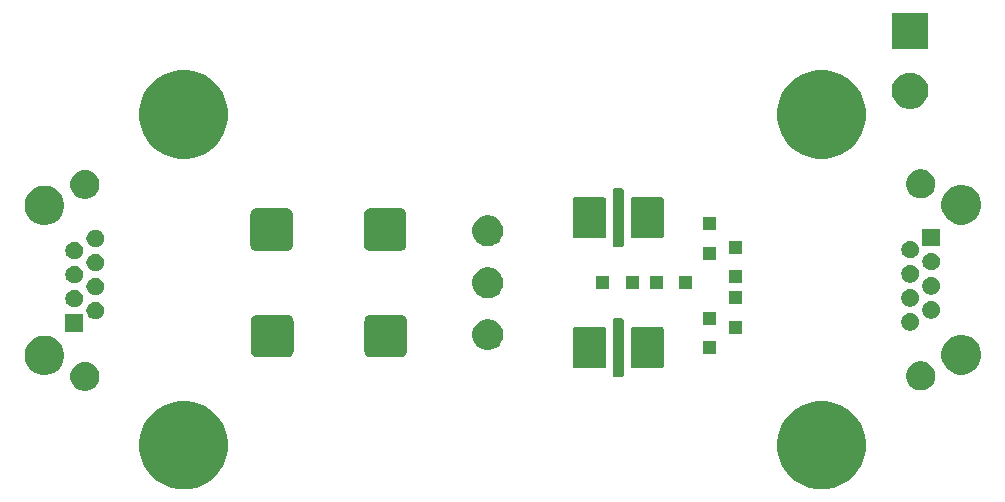
<source format=gts>
G04 #@! TF.GenerationSoftware,KiCad,Pcbnew,5.1.5-1.fc31*
G04 #@! TF.CreationDate,2020-04-27T21:51:01+02:00*
G04 #@! TF.ProjectId,vdsl-surge-protection-copy,7664736c-2d73-4757-9267-652d70726f74,rev?*
G04 #@! TF.SameCoordinates,Original*
G04 #@! TF.FileFunction,Soldermask,Top*
G04 #@! TF.FilePolarity,Negative*
%FSLAX46Y46*%
G04 Gerber Fmt 4.6, Leading zero omitted, Abs format (unit mm)*
G04 Created by KiCad (PCBNEW 5.1.5-1.fc31) date 2020-04-27 21:51:01*
%MOMM*%
%LPD*%
G04 APERTURE LIST*
%ADD10C,0.100000*%
G04 APERTURE END LIST*
D10*
G36*
X114093835Y-105394110D02*
G01*
X114776291Y-105676793D01*
X115390486Y-106087185D01*
X115912815Y-106609514D01*
X116323207Y-107223709D01*
X116605890Y-107906165D01*
X116750000Y-108630657D01*
X116750000Y-109369343D01*
X116605890Y-110093835D01*
X116323207Y-110776291D01*
X115912815Y-111390486D01*
X115390486Y-111912815D01*
X114776291Y-112323207D01*
X114093835Y-112605890D01*
X113369343Y-112750000D01*
X112630657Y-112750000D01*
X111906165Y-112605890D01*
X111223709Y-112323207D01*
X110609514Y-111912815D01*
X110087185Y-111390486D01*
X109676793Y-110776291D01*
X109394110Y-110093835D01*
X109250000Y-109369343D01*
X109250000Y-108630657D01*
X109394110Y-107906165D01*
X109676793Y-107223709D01*
X110087185Y-106609514D01*
X110609514Y-106087185D01*
X111223709Y-105676793D01*
X111906165Y-105394110D01*
X112630657Y-105250000D01*
X113369343Y-105250000D01*
X114093835Y-105394110D01*
G37*
G36*
X60093835Y-105394110D02*
G01*
X60776291Y-105676793D01*
X61390486Y-106087185D01*
X61912815Y-106609514D01*
X62323207Y-107223709D01*
X62605890Y-107906165D01*
X62750000Y-108630657D01*
X62750000Y-109369343D01*
X62605890Y-110093835D01*
X62323207Y-110776291D01*
X61912815Y-111390486D01*
X61390486Y-111912815D01*
X60776291Y-112323207D01*
X60093835Y-112605890D01*
X59369343Y-112750000D01*
X58630657Y-112750000D01*
X57906165Y-112605890D01*
X57223709Y-112323207D01*
X56609514Y-111912815D01*
X56087185Y-111390486D01*
X55676793Y-110776291D01*
X55394110Y-110093835D01*
X55250000Y-109369343D01*
X55250000Y-108630657D01*
X55394110Y-107906165D01*
X55676793Y-107223709D01*
X56087185Y-106609514D01*
X56609514Y-106087185D01*
X57223709Y-105676793D01*
X57906165Y-105394110D01*
X58630657Y-105250000D01*
X59369343Y-105250000D01*
X60093835Y-105394110D01*
G37*
G36*
X50988048Y-101999672D02*
G01*
X50988050Y-101999673D01*
X50988051Y-101999673D01*
X51053481Y-102026776D01*
X51211439Y-102092204D01*
X51211440Y-102092205D01*
X51412484Y-102226537D01*
X51583463Y-102397516D01*
X51684386Y-102548560D01*
X51717796Y-102598561D01*
X51810328Y-102821952D01*
X51857500Y-103059102D01*
X51857500Y-103300898D01*
X51810328Y-103538048D01*
X51717796Y-103761439D01*
X51717795Y-103761440D01*
X51583463Y-103962484D01*
X51412484Y-104133463D01*
X51251539Y-104241002D01*
X51211439Y-104267796D01*
X51108758Y-104310328D01*
X50988051Y-104360327D01*
X50988050Y-104360327D01*
X50988048Y-104360328D01*
X50750898Y-104407500D01*
X50509102Y-104407500D01*
X50271952Y-104360328D01*
X50271950Y-104360327D01*
X50271949Y-104360327D01*
X50151242Y-104310328D01*
X50048561Y-104267796D01*
X50008461Y-104241002D01*
X49847516Y-104133463D01*
X49676537Y-103962484D01*
X49542205Y-103761440D01*
X49542204Y-103761439D01*
X49449672Y-103538048D01*
X49402500Y-103300898D01*
X49402500Y-103059102D01*
X49449672Y-102821952D01*
X49542204Y-102598561D01*
X49575614Y-102548560D01*
X49676537Y-102397516D01*
X49847516Y-102226537D01*
X50048560Y-102092205D01*
X50048561Y-102092204D01*
X50206519Y-102026775D01*
X50271949Y-101999673D01*
X50271950Y-101999673D01*
X50271952Y-101999672D01*
X50509102Y-101952500D01*
X50750898Y-101952500D01*
X50988048Y-101999672D01*
G37*
G36*
X121758048Y-101949672D02*
G01*
X121758050Y-101949673D01*
X121758051Y-101949673D01*
X121823481Y-101976776D01*
X121981439Y-102042204D01*
X121981440Y-102042205D01*
X122182484Y-102176537D01*
X122353463Y-102347516D01*
X122461002Y-102508461D01*
X122487796Y-102548561D01*
X122580328Y-102771952D01*
X122627500Y-103009102D01*
X122627500Y-103250898D01*
X122580328Y-103488048D01*
X122487796Y-103711439D01*
X122487795Y-103711440D01*
X122353463Y-103912484D01*
X122182484Y-104083463D01*
X122021539Y-104191002D01*
X121981439Y-104217796D01*
X121860731Y-104267795D01*
X121758051Y-104310327D01*
X121758050Y-104310327D01*
X121758048Y-104310328D01*
X121520898Y-104357500D01*
X121279102Y-104357500D01*
X121041952Y-104310328D01*
X121041950Y-104310327D01*
X121041949Y-104310327D01*
X120939269Y-104267795D01*
X120818561Y-104217796D01*
X120778461Y-104191002D01*
X120617516Y-104083463D01*
X120446537Y-103912484D01*
X120312205Y-103711440D01*
X120312204Y-103711439D01*
X120219672Y-103488048D01*
X120172500Y-103250898D01*
X120172500Y-103009102D01*
X120219672Y-102771952D01*
X120312204Y-102548561D01*
X120338998Y-102508461D01*
X120446537Y-102347516D01*
X120617516Y-102176537D01*
X120818560Y-102042205D01*
X120818561Y-102042204D01*
X120976519Y-101976776D01*
X121041949Y-101949673D01*
X121041950Y-101949673D01*
X121041952Y-101949672D01*
X121279102Y-101902500D01*
X121520898Y-101902500D01*
X121758048Y-101949672D01*
G37*
G36*
X96109045Y-98253836D02*
G01*
X96141783Y-98263767D01*
X96171959Y-98279897D01*
X96198402Y-98301598D01*
X96220103Y-98328041D01*
X96236233Y-98358217D01*
X96246164Y-98390955D01*
X96250000Y-98429907D01*
X96250000Y-103070093D01*
X96246164Y-103109045D01*
X96236233Y-103141783D01*
X96220103Y-103171959D01*
X96198402Y-103198402D01*
X96171959Y-103220103D01*
X96141783Y-103236233D01*
X96109045Y-103246164D01*
X96070093Y-103250000D01*
X95529907Y-103250000D01*
X95490955Y-103246164D01*
X95458217Y-103236233D01*
X95428041Y-103220103D01*
X95401598Y-103198402D01*
X95379897Y-103171959D01*
X95363767Y-103141783D01*
X95353836Y-103109045D01*
X95350000Y-103070093D01*
X95350000Y-98429907D01*
X95353836Y-98390955D01*
X95363767Y-98358217D01*
X95379897Y-98328041D01*
X95401598Y-98301598D01*
X95428041Y-98279897D01*
X95458217Y-98263767D01*
X95490955Y-98253836D01*
X95529907Y-98250000D01*
X96070093Y-98250000D01*
X96109045Y-98253836D01*
G37*
G36*
X47688580Y-99789369D02*
G01*
X47993410Y-99915634D01*
X48267751Y-100098942D01*
X48501058Y-100332249D01*
X48684366Y-100606590D01*
X48810631Y-100911420D01*
X48875000Y-101235027D01*
X48875000Y-101564973D01*
X48810631Y-101888580D01*
X48684366Y-102193410D01*
X48501058Y-102467751D01*
X48267751Y-102701058D01*
X47993410Y-102884366D01*
X47688580Y-103010631D01*
X47364973Y-103075000D01*
X47035027Y-103075000D01*
X46711420Y-103010631D01*
X46406590Y-102884366D01*
X46132249Y-102701058D01*
X45898942Y-102467751D01*
X45715634Y-102193410D01*
X45589369Y-101888580D01*
X45525000Y-101564973D01*
X45525000Y-101235027D01*
X45589369Y-100911420D01*
X45715634Y-100606590D01*
X45898942Y-100332249D01*
X46132249Y-100098942D01*
X46406590Y-99915634D01*
X46711420Y-99789369D01*
X47035027Y-99725000D01*
X47364973Y-99725000D01*
X47688580Y-99789369D01*
G37*
G36*
X125318580Y-99739369D02*
G01*
X125623410Y-99865634D01*
X125897751Y-100048942D01*
X126131058Y-100282249D01*
X126314366Y-100556590D01*
X126440631Y-100861420D01*
X126505000Y-101185027D01*
X126505000Y-101514973D01*
X126440631Y-101838580D01*
X126314366Y-102143410D01*
X126131058Y-102417751D01*
X125897751Y-102651058D01*
X125623410Y-102834366D01*
X125318580Y-102960631D01*
X124994973Y-103025000D01*
X124665027Y-103025000D01*
X124341420Y-102960631D01*
X124036590Y-102834366D01*
X123762249Y-102651058D01*
X123528942Y-102417751D01*
X123345634Y-102143410D01*
X123219369Y-101838580D01*
X123155000Y-101514973D01*
X123155000Y-101185027D01*
X123219369Y-100861420D01*
X123345634Y-100556590D01*
X123528942Y-100282249D01*
X123762249Y-100048942D01*
X124036590Y-99865634D01*
X124341420Y-99739369D01*
X124665027Y-99675000D01*
X124994973Y-99675000D01*
X125318580Y-99739369D01*
G37*
G36*
X99488925Y-99004318D02*
G01*
X99526354Y-99015672D01*
X99560845Y-99034107D01*
X99591079Y-99058921D01*
X99615893Y-99089155D01*
X99634328Y-99123646D01*
X99645682Y-99161075D01*
X99650000Y-99204917D01*
X99650000Y-102295083D01*
X99645682Y-102338925D01*
X99634328Y-102376354D01*
X99615893Y-102410845D01*
X99591079Y-102441079D01*
X99560845Y-102465893D01*
X99526354Y-102484328D01*
X99488925Y-102495682D01*
X99445083Y-102500000D01*
X97054917Y-102500000D01*
X97011075Y-102495682D01*
X96973646Y-102484328D01*
X96939155Y-102465893D01*
X96908921Y-102441079D01*
X96884107Y-102410845D01*
X96865672Y-102376354D01*
X96854318Y-102338925D01*
X96850000Y-102295083D01*
X96850000Y-99204917D01*
X96854318Y-99161075D01*
X96865672Y-99123646D01*
X96884107Y-99089155D01*
X96908921Y-99058921D01*
X96939155Y-99034107D01*
X96973646Y-99015672D01*
X97011075Y-99004318D01*
X97054917Y-99000000D01*
X99445083Y-99000000D01*
X99488925Y-99004318D01*
G37*
G36*
X94588925Y-99004318D02*
G01*
X94626354Y-99015672D01*
X94660845Y-99034107D01*
X94691079Y-99058921D01*
X94715893Y-99089155D01*
X94734328Y-99123646D01*
X94745682Y-99161075D01*
X94750000Y-99204917D01*
X94750000Y-102295083D01*
X94745682Y-102338925D01*
X94734328Y-102376354D01*
X94715893Y-102410845D01*
X94691079Y-102441079D01*
X94660845Y-102465893D01*
X94626354Y-102484328D01*
X94588925Y-102495682D01*
X94545083Y-102500000D01*
X92154917Y-102500000D01*
X92111075Y-102495682D01*
X92073646Y-102484328D01*
X92039155Y-102465893D01*
X92008921Y-102441079D01*
X91984107Y-102410845D01*
X91965672Y-102376354D01*
X91954318Y-102338925D01*
X91950000Y-102295083D01*
X91950000Y-99204917D01*
X91954318Y-99161075D01*
X91965672Y-99123646D01*
X91984107Y-99089155D01*
X92008921Y-99058921D01*
X92039155Y-99034107D01*
X92073646Y-99015672D01*
X92111075Y-99004318D01*
X92154917Y-99000000D01*
X94545083Y-99000000D01*
X94588925Y-99004318D01*
G37*
G36*
X67878775Y-97960527D02*
G01*
X67976836Y-97990273D01*
X68067204Y-98038576D01*
X68146416Y-98103584D01*
X68211424Y-98182796D01*
X68259727Y-98273164D01*
X68289473Y-98371225D01*
X68300000Y-98478108D01*
X68300000Y-101021892D01*
X68289473Y-101128775D01*
X68259727Y-101226836D01*
X68211424Y-101317204D01*
X68146416Y-101396416D01*
X68067204Y-101461424D01*
X67976836Y-101509727D01*
X67878775Y-101539473D01*
X67771892Y-101550000D01*
X65228108Y-101550000D01*
X65121225Y-101539473D01*
X65023164Y-101509727D01*
X64932796Y-101461424D01*
X64853584Y-101396416D01*
X64788576Y-101317204D01*
X64740273Y-101226836D01*
X64710527Y-101128775D01*
X64700000Y-101021892D01*
X64700000Y-98478108D01*
X64710527Y-98371225D01*
X64740273Y-98273164D01*
X64788576Y-98182796D01*
X64853584Y-98103584D01*
X64932796Y-98038576D01*
X65023164Y-97990273D01*
X65121225Y-97960527D01*
X65228108Y-97950000D01*
X67771892Y-97950000D01*
X67878775Y-97960527D01*
G37*
G36*
X77478775Y-97960527D02*
G01*
X77576836Y-97990273D01*
X77667204Y-98038576D01*
X77746416Y-98103584D01*
X77811424Y-98182796D01*
X77859727Y-98273164D01*
X77889473Y-98371225D01*
X77900000Y-98478108D01*
X77900000Y-101021892D01*
X77889473Y-101128775D01*
X77859727Y-101226836D01*
X77811424Y-101317204D01*
X77746416Y-101396416D01*
X77667204Y-101461424D01*
X77576836Y-101509727D01*
X77478775Y-101539473D01*
X77371892Y-101550000D01*
X74828108Y-101550000D01*
X74721225Y-101539473D01*
X74623164Y-101509727D01*
X74532796Y-101461424D01*
X74453584Y-101396416D01*
X74388576Y-101317204D01*
X74340273Y-101226836D01*
X74310527Y-101128775D01*
X74300000Y-101021892D01*
X74300000Y-98478108D01*
X74310527Y-98371225D01*
X74340273Y-98273164D01*
X74388576Y-98182796D01*
X74453584Y-98103584D01*
X74532796Y-98038576D01*
X74623164Y-97990273D01*
X74721225Y-97960527D01*
X74828108Y-97950000D01*
X77371892Y-97950000D01*
X77478775Y-97960527D01*
G37*
G36*
X104050000Y-101300000D02*
G01*
X102950000Y-101300000D01*
X102950000Y-100200000D01*
X104050000Y-100200000D01*
X104050000Y-101300000D01*
G37*
G36*
X85129196Y-98399958D02*
G01*
X85129198Y-98399959D01*
X85129199Y-98399959D01*
X85190181Y-98425219D01*
X85365781Y-98497955D01*
X85578702Y-98640224D01*
X85759776Y-98821298D01*
X85902045Y-99034219D01*
X86000042Y-99270804D01*
X86050000Y-99521961D01*
X86050000Y-99778039D01*
X86000042Y-100029196D01*
X85902045Y-100265781D01*
X85759776Y-100478702D01*
X85578702Y-100659776D01*
X85365781Y-100802045D01*
X85222442Y-100861418D01*
X85129199Y-100900041D01*
X85129198Y-100900041D01*
X85129196Y-100900042D01*
X84878039Y-100950000D01*
X84621961Y-100950000D01*
X84370804Y-100900042D01*
X84370802Y-100900041D01*
X84370801Y-100900041D01*
X84277558Y-100861418D01*
X84134219Y-100802045D01*
X83921298Y-100659776D01*
X83740224Y-100478702D01*
X83597955Y-100265781D01*
X83499958Y-100029196D01*
X83450000Y-99778039D01*
X83450000Y-99521961D01*
X83499958Y-99270804D01*
X83597955Y-99034219D01*
X83740224Y-98821298D01*
X83921298Y-98640224D01*
X84134219Y-98497955D01*
X84309819Y-98425219D01*
X84370801Y-98399959D01*
X84370802Y-98399959D01*
X84370804Y-98399958D01*
X84621961Y-98350000D01*
X84878039Y-98350000D01*
X85129196Y-98399958D01*
G37*
G36*
X106300000Y-99550000D02*
G01*
X105200000Y-99550000D01*
X105200000Y-98450000D01*
X106300000Y-98450000D01*
X106300000Y-99550000D01*
G37*
G36*
X50489000Y-99379000D02*
G01*
X48991000Y-99379000D01*
X48991000Y-97881000D01*
X50489000Y-97881000D01*
X50489000Y-99379000D01*
G37*
G36*
X120728475Y-97839784D02*
G01*
X120728477Y-97839785D01*
X120728478Y-97839785D01*
X120864787Y-97896246D01*
X120987458Y-97978212D01*
X121091788Y-98082542D01*
X121173754Y-98205213D01*
X121213678Y-98301598D01*
X121230216Y-98341525D01*
X121259000Y-98486230D01*
X121259000Y-98633770D01*
X121230216Y-98778475D01*
X121230215Y-98778478D01*
X121173754Y-98914787D01*
X121091788Y-99037458D01*
X120987458Y-99141788D01*
X120864787Y-99223754D01*
X120728478Y-99280215D01*
X120728477Y-99280215D01*
X120728475Y-99280216D01*
X120583770Y-99309000D01*
X120436230Y-99309000D01*
X120291525Y-99280216D01*
X120291523Y-99280215D01*
X120291522Y-99280215D01*
X120155213Y-99223754D01*
X120032542Y-99141788D01*
X119928212Y-99037458D01*
X119846246Y-98914787D01*
X119789785Y-98778478D01*
X119789784Y-98778475D01*
X119761000Y-98633770D01*
X119761000Y-98486230D01*
X119789784Y-98341525D01*
X119806322Y-98301598D01*
X119846246Y-98205213D01*
X119928212Y-98082542D01*
X120032542Y-97978212D01*
X120155213Y-97896246D01*
X120291522Y-97839785D01*
X120291523Y-97839785D01*
X120291525Y-97839784D01*
X120436230Y-97811000D01*
X120583770Y-97811000D01*
X120728475Y-97839784D01*
G37*
G36*
X104050000Y-98800000D02*
G01*
X102950000Y-98800000D01*
X102950000Y-97700000D01*
X104050000Y-97700000D01*
X104050000Y-98800000D01*
G37*
G36*
X51738475Y-96889784D02*
G01*
X51738477Y-96889785D01*
X51738478Y-96889785D01*
X51874787Y-96946246D01*
X51997458Y-97028212D01*
X52101788Y-97132542D01*
X52183754Y-97255213D01*
X52240215Y-97391522D01*
X52240216Y-97391525D01*
X52269000Y-97536230D01*
X52269000Y-97683770D01*
X52254140Y-97758475D01*
X52240215Y-97828478D01*
X52183754Y-97964787D01*
X52101788Y-98087458D01*
X51997458Y-98191788D01*
X51874787Y-98273754D01*
X51738478Y-98330215D01*
X51738477Y-98330215D01*
X51738475Y-98330216D01*
X51593770Y-98359000D01*
X51446230Y-98359000D01*
X51301525Y-98330216D01*
X51301523Y-98330215D01*
X51301522Y-98330215D01*
X51165213Y-98273754D01*
X51042542Y-98191788D01*
X50938212Y-98087458D01*
X50856246Y-97964787D01*
X50799785Y-97828478D01*
X50785860Y-97758475D01*
X50771000Y-97683770D01*
X50771000Y-97536230D01*
X50799784Y-97391525D01*
X50799785Y-97391522D01*
X50856246Y-97255213D01*
X50938212Y-97132542D01*
X51042542Y-97028212D01*
X51165213Y-96946246D01*
X51301522Y-96889785D01*
X51301523Y-96889785D01*
X51301525Y-96889784D01*
X51446230Y-96861000D01*
X51593770Y-96861000D01*
X51738475Y-96889784D01*
G37*
G36*
X122508475Y-96819784D02*
G01*
X122508477Y-96819785D01*
X122508478Y-96819785D01*
X122644787Y-96876246D01*
X122767458Y-96958212D01*
X122871788Y-97062542D01*
X122953754Y-97185213D01*
X123005531Y-97310215D01*
X123010216Y-97321525D01*
X123039000Y-97466230D01*
X123039000Y-97613770D01*
X123010216Y-97758475D01*
X123010215Y-97758478D01*
X122953754Y-97894787D01*
X122871788Y-98017458D01*
X122767458Y-98121788D01*
X122644787Y-98203754D01*
X122508478Y-98260215D01*
X122508477Y-98260215D01*
X122508475Y-98260216D01*
X122363770Y-98289000D01*
X122216230Y-98289000D01*
X122071525Y-98260216D01*
X122071523Y-98260215D01*
X122071522Y-98260215D01*
X121935213Y-98203754D01*
X121812542Y-98121788D01*
X121708212Y-98017458D01*
X121626246Y-97894787D01*
X121569785Y-97758478D01*
X121569784Y-97758475D01*
X121541000Y-97613770D01*
X121541000Y-97466230D01*
X121569784Y-97321525D01*
X121574469Y-97310215D01*
X121626246Y-97185213D01*
X121708212Y-97062542D01*
X121812542Y-96958212D01*
X121935213Y-96876246D01*
X122071522Y-96819785D01*
X122071523Y-96819785D01*
X122071525Y-96819784D01*
X122216230Y-96791000D01*
X122363770Y-96791000D01*
X122508475Y-96819784D01*
G37*
G36*
X49958475Y-95869784D02*
G01*
X49958477Y-95869785D01*
X49958478Y-95869785D01*
X50094787Y-95926246D01*
X50217458Y-96008212D01*
X50321788Y-96112542D01*
X50403754Y-96235213D01*
X50460215Y-96371522D01*
X50460216Y-96371525D01*
X50489000Y-96516230D01*
X50489000Y-96663770D01*
X50474140Y-96738475D01*
X50460215Y-96808478D01*
X50403754Y-96944787D01*
X50321788Y-97067458D01*
X50217458Y-97171788D01*
X50094787Y-97253754D01*
X49958478Y-97310215D01*
X49958477Y-97310215D01*
X49958475Y-97310216D01*
X49813770Y-97339000D01*
X49666230Y-97339000D01*
X49521525Y-97310216D01*
X49521523Y-97310215D01*
X49521522Y-97310215D01*
X49385213Y-97253754D01*
X49262542Y-97171788D01*
X49158212Y-97067458D01*
X49076246Y-96944787D01*
X49019785Y-96808478D01*
X49005860Y-96738475D01*
X48991000Y-96663770D01*
X48991000Y-96516230D01*
X49019784Y-96371525D01*
X49019785Y-96371522D01*
X49076246Y-96235213D01*
X49158212Y-96112542D01*
X49262542Y-96008212D01*
X49385213Y-95926246D01*
X49521522Y-95869785D01*
X49521523Y-95869785D01*
X49521525Y-95869784D01*
X49666230Y-95841000D01*
X49813770Y-95841000D01*
X49958475Y-95869784D01*
G37*
G36*
X120728475Y-95799784D02*
G01*
X120728477Y-95799785D01*
X120728478Y-95799785D01*
X120864787Y-95856246D01*
X120987458Y-95938212D01*
X121091788Y-96042542D01*
X121173754Y-96165213D01*
X121212923Y-96259775D01*
X121230216Y-96301525D01*
X121259000Y-96446230D01*
X121259000Y-96593770D01*
X121230216Y-96738475D01*
X121230215Y-96738478D01*
X121173754Y-96874787D01*
X121091788Y-96997458D01*
X120987458Y-97101788D01*
X120864787Y-97183754D01*
X120728478Y-97240215D01*
X120728477Y-97240215D01*
X120728475Y-97240216D01*
X120583770Y-97269000D01*
X120436230Y-97269000D01*
X120291525Y-97240216D01*
X120291523Y-97240215D01*
X120291522Y-97240215D01*
X120155213Y-97183754D01*
X120032542Y-97101788D01*
X119928212Y-96997458D01*
X119846246Y-96874787D01*
X119789785Y-96738478D01*
X119789784Y-96738475D01*
X119761000Y-96593770D01*
X119761000Y-96446230D01*
X119789784Y-96301525D01*
X119807077Y-96259775D01*
X119846246Y-96165213D01*
X119928212Y-96042542D01*
X120032542Y-95938212D01*
X120155213Y-95856246D01*
X120291522Y-95799785D01*
X120291523Y-95799785D01*
X120291525Y-95799784D01*
X120436230Y-95771000D01*
X120583770Y-95771000D01*
X120728475Y-95799784D01*
G37*
G36*
X106300000Y-97050000D02*
G01*
X105200000Y-97050000D01*
X105200000Y-95950000D01*
X106300000Y-95950000D01*
X106300000Y-97050000D01*
G37*
G36*
X85129196Y-93999958D02*
G01*
X85129198Y-93999959D01*
X85129199Y-93999959D01*
X85216592Y-94036159D01*
X85365781Y-94097955D01*
X85578702Y-94240224D01*
X85759776Y-94421298D01*
X85902045Y-94634219D01*
X85902045Y-94634220D01*
X85979413Y-94821000D01*
X86000042Y-94870804D01*
X86050000Y-95121961D01*
X86050000Y-95378039D01*
X86011067Y-95573770D01*
X86000041Y-95629199D01*
X85994005Y-95643770D01*
X85902045Y-95865781D01*
X85759776Y-96078702D01*
X85578702Y-96259776D01*
X85365781Y-96402045D01*
X85259109Y-96446230D01*
X85129199Y-96500041D01*
X85129198Y-96500041D01*
X85129196Y-96500042D01*
X84878039Y-96550000D01*
X84621961Y-96550000D01*
X84370804Y-96500042D01*
X84370802Y-96500041D01*
X84370801Y-96500041D01*
X84240891Y-96446230D01*
X84134219Y-96402045D01*
X83921298Y-96259776D01*
X83740224Y-96078702D01*
X83597955Y-95865781D01*
X83505995Y-95643770D01*
X83499959Y-95629199D01*
X83488934Y-95573770D01*
X83450000Y-95378039D01*
X83450000Y-95121961D01*
X83499958Y-94870804D01*
X83520588Y-94821000D01*
X83597955Y-94634220D01*
X83597955Y-94634219D01*
X83740224Y-94421298D01*
X83921298Y-94240224D01*
X84134219Y-94097955D01*
X84283408Y-94036159D01*
X84370801Y-93999959D01*
X84370802Y-93999959D01*
X84370804Y-93999958D01*
X84621961Y-93950000D01*
X84878039Y-93950000D01*
X85129196Y-93999958D01*
G37*
G36*
X51738475Y-94849784D02*
G01*
X51738477Y-94849785D01*
X51738478Y-94849785D01*
X51874787Y-94906246D01*
X51997458Y-94988212D01*
X52101788Y-95092542D01*
X52183754Y-95215213D01*
X52218874Y-95300000D01*
X52240216Y-95351525D01*
X52269000Y-95496230D01*
X52269000Y-95643770D01*
X52254140Y-95718475D01*
X52240215Y-95788478D01*
X52183754Y-95924787D01*
X52101788Y-96047458D01*
X51997458Y-96151788D01*
X51874787Y-96233754D01*
X51738478Y-96290215D01*
X51738477Y-96290215D01*
X51738475Y-96290216D01*
X51593770Y-96319000D01*
X51446230Y-96319000D01*
X51301525Y-96290216D01*
X51301523Y-96290215D01*
X51301522Y-96290215D01*
X51165213Y-96233754D01*
X51042542Y-96151788D01*
X50938212Y-96047458D01*
X50856246Y-95924787D01*
X50799785Y-95788478D01*
X50785860Y-95718475D01*
X50771000Y-95643770D01*
X50771000Y-95496230D01*
X50799784Y-95351525D01*
X50821126Y-95300000D01*
X50856246Y-95215213D01*
X50938212Y-95092542D01*
X51042542Y-94988212D01*
X51165213Y-94906246D01*
X51301522Y-94849785D01*
X51301523Y-94849785D01*
X51301525Y-94849784D01*
X51446230Y-94821000D01*
X51593770Y-94821000D01*
X51738475Y-94849784D01*
G37*
G36*
X122508475Y-94779784D02*
G01*
X122508477Y-94779785D01*
X122508478Y-94779785D01*
X122644787Y-94836246D01*
X122767458Y-94918212D01*
X122871788Y-95022542D01*
X122953754Y-95145213D01*
X123005531Y-95270215D01*
X123010216Y-95281525D01*
X123039000Y-95426230D01*
X123039000Y-95573770D01*
X123010216Y-95718475D01*
X123010215Y-95718478D01*
X122953754Y-95854787D01*
X122871788Y-95977458D01*
X122767458Y-96081788D01*
X122644787Y-96163754D01*
X122508478Y-96220215D01*
X122508477Y-96220215D01*
X122508475Y-96220216D01*
X122363770Y-96249000D01*
X122216230Y-96249000D01*
X122071525Y-96220216D01*
X122071523Y-96220215D01*
X122071522Y-96220215D01*
X121935213Y-96163754D01*
X121812542Y-96081788D01*
X121708212Y-95977458D01*
X121626246Y-95854787D01*
X121569785Y-95718478D01*
X121569784Y-95718475D01*
X121541000Y-95573770D01*
X121541000Y-95426230D01*
X121569784Y-95281525D01*
X121574469Y-95270215D01*
X121626246Y-95145213D01*
X121708212Y-95022542D01*
X121812542Y-94918212D01*
X121935213Y-94836246D01*
X122071522Y-94779785D01*
X122071523Y-94779785D01*
X122071525Y-94779784D01*
X122216230Y-94751000D01*
X122363770Y-94751000D01*
X122508475Y-94779784D01*
G37*
G36*
X97550000Y-95800000D02*
G01*
X96450000Y-95800000D01*
X96450000Y-94700000D01*
X97550000Y-94700000D01*
X97550000Y-95800000D01*
G37*
G36*
X95050000Y-95800000D02*
G01*
X93950000Y-95800000D01*
X93950000Y-94700000D01*
X95050000Y-94700000D01*
X95050000Y-95800000D01*
G37*
G36*
X102050000Y-95800000D02*
G01*
X100950000Y-95800000D01*
X100950000Y-94700000D01*
X102050000Y-94700000D01*
X102050000Y-95800000D01*
G37*
G36*
X99550000Y-95800000D02*
G01*
X98450000Y-95800000D01*
X98450000Y-94700000D01*
X99550000Y-94700000D01*
X99550000Y-95800000D01*
G37*
G36*
X106300000Y-95300000D02*
G01*
X105200000Y-95300000D01*
X105200000Y-94200000D01*
X106300000Y-94200000D01*
X106300000Y-95300000D01*
G37*
G36*
X49958475Y-93829784D02*
G01*
X49958477Y-93829785D01*
X49958478Y-93829785D01*
X50094787Y-93886246D01*
X50217458Y-93968212D01*
X50321788Y-94072542D01*
X50403754Y-94195213D01*
X50460215Y-94331522D01*
X50460216Y-94331525D01*
X50489000Y-94476230D01*
X50489000Y-94623770D01*
X50463692Y-94751000D01*
X50460215Y-94768478D01*
X50403754Y-94904787D01*
X50321788Y-95027458D01*
X50217458Y-95131788D01*
X50094787Y-95213754D01*
X49958478Y-95270215D01*
X49958477Y-95270215D01*
X49958475Y-95270216D01*
X49813770Y-95299000D01*
X49666230Y-95299000D01*
X49521525Y-95270216D01*
X49521523Y-95270215D01*
X49521522Y-95270215D01*
X49385213Y-95213754D01*
X49262542Y-95131788D01*
X49158212Y-95027458D01*
X49076246Y-94904787D01*
X49019785Y-94768478D01*
X49016308Y-94751000D01*
X48991000Y-94623770D01*
X48991000Y-94476230D01*
X49019784Y-94331525D01*
X49019785Y-94331522D01*
X49076246Y-94195213D01*
X49158212Y-94072542D01*
X49262542Y-93968212D01*
X49385213Y-93886246D01*
X49521522Y-93829785D01*
X49521523Y-93829785D01*
X49521525Y-93829784D01*
X49666230Y-93801000D01*
X49813770Y-93801000D01*
X49958475Y-93829784D01*
G37*
G36*
X120728475Y-93759784D02*
G01*
X120728477Y-93759785D01*
X120728478Y-93759785D01*
X120864787Y-93816246D01*
X120987458Y-93898212D01*
X121091788Y-94002542D01*
X121173754Y-94125213D01*
X121221393Y-94240224D01*
X121230216Y-94261525D01*
X121259000Y-94406230D01*
X121259000Y-94553770D01*
X121242997Y-94634219D01*
X121230215Y-94698478D01*
X121173754Y-94834787D01*
X121091788Y-94957458D01*
X120987458Y-95061788D01*
X120864787Y-95143754D01*
X120728478Y-95200215D01*
X120728477Y-95200215D01*
X120728475Y-95200216D01*
X120583770Y-95229000D01*
X120436230Y-95229000D01*
X120291525Y-95200216D01*
X120291523Y-95200215D01*
X120291522Y-95200215D01*
X120155213Y-95143754D01*
X120032542Y-95061788D01*
X119928212Y-94957458D01*
X119846246Y-94834787D01*
X119789785Y-94698478D01*
X119777003Y-94634219D01*
X119761000Y-94553770D01*
X119761000Y-94406230D01*
X119789784Y-94261525D01*
X119798607Y-94240224D01*
X119846246Y-94125213D01*
X119928212Y-94002542D01*
X120032542Y-93898212D01*
X120155213Y-93816246D01*
X120291522Y-93759785D01*
X120291523Y-93759785D01*
X120291525Y-93759784D01*
X120436230Y-93731000D01*
X120583770Y-93731000D01*
X120728475Y-93759784D01*
G37*
G36*
X51738475Y-92809784D02*
G01*
X51738477Y-92809785D01*
X51738478Y-92809785D01*
X51874787Y-92866246D01*
X51997458Y-92948212D01*
X52101788Y-93052542D01*
X52183754Y-93175213D01*
X52235442Y-93300000D01*
X52240216Y-93311525D01*
X52269000Y-93456230D01*
X52269000Y-93603770D01*
X52254140Y-93678475D01*
X52240215Y-93748478D01*
X52183754Y-93884787D01*
X52101788Y-94007458D01*
X51997458Y-94111788D01*
X51874787Y-94193754D01*
X51738478Y-94250215D01*
X51738477Y-94250215D01*
X51738475Y-94250216D01*
X51593770Y-94279000D01*
X51446230Y-94279000D01*
X51301525Y-94250216D01*
X51301523Y-94250215D01*
X51301522Y-94250215D01*
X51165213Y-94193754D01*
X51042542Y-94111788D01*
X50938212Y-94007458D01*
X50856246Y-93884787D01*
X50799785Y-93748478D01*
X50785860Y-93678475D01*
X50771000Y-93603770D01*
X50771000Y-93456230D01*
X50799784Y-93311525D01*
X50804558Y-93300000D01*
X50856246Y-93175213D01*
X50938212Y-93052542D01*
X51042542Y-92948212D01*
X51165213Y-92866246D01*
X51301522Y-92809785D01*
X51301523Y-92809785D01*
X51301525Y-92809784D01*
X51446230Y-92781000D01*
X51593770Y-92781000D01*
X51738475Y-92809784D01*
G37*
G36*
X122508475Y-92739784D02*
G01*
X122508477Y-92739785D01*
X122508478Y-92739785D01*
X122644787Y-92796246D01*
X122767458Y-92878212D01*
X122871788Y-92982542D01*
X122953754Y-93105213D01*
X123005531Y-93230215D01*
X123010216Y-93241525D01*
X123039000Y-93386230D01*
X123039000Y-93533770D01*
X123010216Y-93678475D01*
X123010215Y-93678478D01*
X122953754Y-93814787D01*
X122871788Y-93937458D01*
X122767458Y-94041788D01*
X122644787Y-94123754D01*
X122508478Y-94180215D01*
X122508477Y-94180215D01*
X122508475Y-94180216D01*
X122363770Y-94209000D01*
X122216230Y-94209000D01*
X122071525Y-94180216D01*
X122071523Y-94180215D01*
X122071522Y-94180215D01*
X121935213Y-94123754D01*
X121812542Y-94041788D01*
X121708212Y-93937458D01*
X121626246Y-93814787D01*
X121569785Y-93678478D01*
X121569784Y-93678475D01*
X121541000Y-93533770D01*
X121541000Y-93386230D01*
X121569784Y-93241525D01*
X121574469Y-93230215D01*
X121626246Y-93105213D01*
X121708212Y-92982542D01*
X121812542Y-92878212D01*
X121935213Y-92796246D01*
X122071522Y-92739785D01*
X122071523Y-92739785D01*
X122071525Y-92739784D01*
X122216230Y-92711000D01*
X122363770Y-92711000D01*
X122508475Y-92739784D01*
G37*
G36*
X104050000Y-93300000D02*
G01*
X102950000Y-93300000D01*
X102950000Y-92200000D01*
X104050000Y-92200000D01*
X104050000Y-93300000D01*
G37*
G36*
X49958475Y-91789784D02*
G01*
X49958477Y-91789785D01*
X49958478Y-91789785D01*
X50094787Y-91846246D01*
X50217458Y-91928212D01*
X50321788Y-92032542D01*
X50403754Y-92155213D01*
X50441225Y-92245677D01*
X50460216Y-92291525D01*
X50489000Y-92436230D01*
X50489000Y-92583770D01*
X50474140Y-92658475D01*
X50460215Y-92728478D01*
X50403754Y-92864787D01*
X50321788Y-92987458D01*
X50217458Y-93091788D01*
X50094787Y-93173754D01*
X49958478Y-93230215D01*
X49958477Y-93230215D01*
X49958475Y-93230216D01*
X49813770Y-93259000D01*
X49666230Y-93259000D01*
X49521525Y-93230216D01*
X49521523Y-93230215D01*
X49521522Y-93230215D01*
X49385213Y-93173754D01*
X49262542Y-93091788D01*
X49158212Y-92987458D01*
X49076246Y-92864787D01*
X49019785Y-92728478D01*
X49005860Y-92658475D01*
X48991000Y-92583770D01*
X48991000Y-92436230D01*
X49019784Y-92291525D01*
X49038775Y-92245677D01*
X49076246Y-92155213D01*
X49158212Y-92032542D01*
X49262542Y-91928212D01*
X49385213Y-91846246D01*
X49521522Y-91789785D01*
X49521523Y-91789785D01*
X49521525Y-91789784D01*
X49666230Y-91761000D01*
X49813770Y-91761000D01*
X49958475Y-91789784D01*
G37*
G36*
X120728475Y-91719784D02*
G01*
X120728477Y-91719785D01*
X120728478Y-91719785D01*
X120864787Y-91776246D01*
X120987458Y-91858212D01*
X121091788Y-91962542D01*
X121173754Y-92085213D01*
X121209685Y-92171959D01*
X121230216Y-92221525D01*
X121259000Y-92366230D01*
X121259000Y-92513770D01*
X121230216Y-92658475D01*
X121230215Y-92658478D01*
X121173754Y-92794787D01*
X121091788Y-92917458D01*
X120987458Y-93021788D01*
X120864787Y-93103754D01*
X120728478Y-93160215D01*
X120728477Y-93160215D01*
X120728475Y-93160216D01*
X120583770Y-93189000D01*
X120436230Y-93189000D01*
X120291525Y-93160216D01*
X120291523Y-93160215D01*
X120291522Y-93160215D01*
X120155213Y-93103754D01*
X120032542Y-93021788D01*
X119928212Y-92917458D01*
X119846246Y-92794787D01*
X119789785Y-92658478D01*
X119789784Y-92658475D01*
X119761000Y-92513770D01*
X119761000Y-92366230D01*
X119789784Y-92221525D01*
X119810315Y-92171959D01*
X119846246Y-92085213D01*
X119928212Y-91962542D01*
X120032542Y-91858212D01*
X120155213Y-91776246D01*
X120291522Y-91719785D01*
X120291523Y-91719785D01*
X120291525Y-91719784D01*
X120436230Y-91691000D01*
X120583770Y-91691000D01*
X120728475Y-91719784D01*
G37*
G36*
X106300000Y-92800000D02*
G01*
X105200000Y-92800000D01*
X105200000Y-91700000D01*
X106300000Y-91700000D01*
X106300000Y-92800000D01*
G37*
G36*
X67828775Y-88960527D02*
G01*
X67926836Y-88990273D01*
X68017204Y-89038576D01*
X68096416Y-89103584D01*
X68161424Y-89182796D01*
X68209727Y-89273164D01*
X68239473Y-89371225D01*
X68250000Y-89478108D01*
X68250000Y-92021892D01*
X68239473Y-92128775D01*
X68209727Y-92226836D01*
X68161424Y-92317204D01*
X68096416Y-92396416D01*
X68017204Y-92461424D01*
X67926836Y-92509727D01*
X67828775Y-92539473D01*
X67721892Y-92550000D01*
X65178108Y-92550000D01*
X65071225Y-92539473D01*
X64973164Y-92509727D01*
X64882796Y-92461424D01*
X64803584Y-92396416D01*
X64738576Y-92317204D01*
X64690273Y-92226836D01*
X64660527Y-92128775D01*
X64650000Y-92021892D01*
X64650000Y-89478108D01*
X64660527Y-89371225D01*
X64690273Y-89273164D01*
X64738576Y-89182796D01*
X64803584Y-89103584D01*
X64882796Y-89038576D01*
X64973164Y-88990273D01*
X65071225Y-88960527D01*
X65178108Y-88950000D01*
X67721892Y-88950000D01*
X67828775Y-88960527D01*
G37*
G36*
X77428775Y-88960527D02*
G01*
X77526836Y-88990273D01*
X77617204Y-89038576D01*
X77696416Y-89103584D01*
X77761424Y-89182796D01*
X77809727Y-89273164D01*
X77839473Y-89371225D01*
X77850000Y-89478108D01*
X77850000Y-92021892D01*
X77839473Y-92128775D01*
X77809727Y-92226836D01*
X77761424Y-92317204D01*
X77696416Y-92396416D01*
X77617204Y-92461424D01*
X77526836Y-92509727D01*
X77428775Y-92539473D01*
X77321892Y-92550000D01*
X74778108Y-92550000D01*
X74671225Y-92539473D01*
X74573164Y-92509727D01*
X74482796Y-92461424D01*
X74403584Y-92396416D01*
X74338576Y-92317204D01*
X74290273Y-92226836D01*
X74260527Y-92128775D01*
X74250000Y-92021892D01*
X74250000Y-89478108D01*
X74260527Y-89371225D01*
X74290273Y-89273164D01*
X74338576Y-89182796D01*
X74403584Y-89103584D01*
X74482796Y-89038576D01*
X74573164Y-88990273D01*
X74671225Y-88960527D01*
X74778108Y-88950000D01*
X77321892Y-88950000D01*
X77428775Y-88960527D01*
G37*
G36*
X96109045Y-87253836D02*
G01*
X96141783Y-87263767D01*
X96171959Y-87279897D01*
X96198402Y-87301598D01*
X96220103Y-87328041D01*
X96236233Y-87358217D01*
X96246164Y-87390955D01*
X96250000Y-87429907D01*
X96250000Y-92070093D01*
X96246164Y-92109045D01*
X96236233Y-92141783D01*
X96220103Y-92171959D01*
X96198402Y-92198402D01*
X96171959Y-92220103D01*
X96141783Y-92236233D01*
X96109045Y-92246164D01*
X96070093Y-92250000D01*
X95529907Y-92250000D01*
X95490955Y-92246164D01*
X95458217Y-92236233D01*
X95428041Y-92220103D01*
X95401598Y-92198402D01*
X95379897Y-92171959D01*
X95363767Y-92141783D01*
X95353836Y-92109045D01*
X95350000Y-92070093D01*
X95350000Y-87429907D01*
X95353836Y-87390955D01*
X95363767Y-87358217D01*
X95379897Y-87328041D01*
X95401598Y-87301598D01*
X95428041Y-87279897D01*
X95458217Y-87263767D01*
X95490955Y-87253836D01*
X95529907Y-87250000D01*
X96070093Y-87250000D01*
X96109045Y-87253836D01*
G37*
G36*
X51738475Y-90769784D02*
G01*
X51738477Y-90769785D01*
X51738478Y-90769785D01*
X51874787Y-90826246D01*
X51997458Y-90908212D01*
X52101788Y-91012542D01*
X52183754Y-91135213D01*
X52183755Y-91135216D01*
X52240216Y-91271525D01*
X52269000Y-91416230D01*
X52269000Y-91563770D01*
X52240216Y-91708475D01*
X52240215Y-91708478D01*
X52183754Y-91844787D01*
X52101788Y-91967458D01*
X51997458Y-92071788D01*
X51874787Y-92153754D01*
X51738478Y-92210215D01*
X51738477Y-92210215D01*
X51738475Y-92210216D01*
X51593770Y-92239000D01*
X51446230Y-92239000D01*
X51301525Y-92210216D01*
X51301523Y-92210215D01*
X51301522Y-92210215D01*
X51165213Y-92153754D01*
X51042542Y-92071788D01*
X50938212Y-91967458D01*
X50856246Y-91844787D01*
X50799785Y-91708478D01*
X50799784Y-91708475D01*
X50771000Y-91563770D01*
X50771000Y-91416230D01*
X50799784Y-91271525D01*
X50856245Y-91135216D01*
X50856246Y-91135213D01*
X50938212Y-91012542D01*
X51042542Y-90908212D01*
X51165213Y-90826246D01*
X51301522Y-90769785D01*
X51301523Y-90769785D01*
X51301525Y-90769784D01*
X51446230Y-90741000D01*
X51593770Y-90741000D01*
X51738475Y-90769784D01*
G37*
G36*
X123039000Y-92169000D02*
G01*
X121541000Y-92169000D01*
X121541000Y-90671000D01*
X123039000Y-90671000D01*
X123039000Y-92169000D01*
G37*
G36*
X85129196Y-89599958D02*
G01*
X85129198Y-89599959D01*
X85129199Y-89599959D01*
X85216592Y-89636159D01*
X85365781Y-89697955D01*
X85578702Y-89840224D01*
X85759776Y-90021298D01*
X85902045Y-90234219D01*
X86000042Y-90470804D01*
X86050000Y-90721961D01*
X86050000Y-90978039D01*
X86000042Y-91229196D01*
X85902045Y-91465781D01*
X85759776Y-91678702D01*
X85578702Y-91859776D01*
X85365781Y-92002045D01*
X85216592Y-92063841D01*
X85129199Y-92100041D01*
X85129198Y-92100041D01*
X85129196Y-92100042D01*
X84878039Y-92150000D01*
X84621961Y-92150000D01*
X84370804Y-92100042D01*
X84370802Y-92100041D01*
X84370801Y-92100041D01*
X84283408Y-92063841D01*
X84134219Y-92002045D01*
X83921298Y-91859776D01*
X83740224Y-91678702D01*
X83597955Y-91465781D01*
X83499958Y-91229196D01*
X83450000Y-90978039D01*
X83450000Y-90721961D01*
X83499958Y-90470804D01*
X83597955Y-90234219D01*
X83740224Y-90021298D01*
X83921298Y-89840224D01*
X84134219Y-89697955D01*
X84283408Y-89636159D01*
X84370801Y-89599959D01*
X84370802Y-89599959D01*
X84370804Y-89599958D01*
X84621961Y-89550000D01*
X84878039Y-89550000D01*
X85129196Y-89599958D01*
G37*
G36*
X94588925Y-88004318D02*
G01*
X94626354Y-88015672D01*
X94660845Y-88034107D01*
X94691079Y-88058921D01*
X94715893Y-88089155D01*
X94734328Y-88123646D01*
X94745682Y-88161075D01*
X94750000Y-88204917D01*
X94750000Y-91295083D01*
X94745682Y-91338925D01*
X94734328Y-91376354D01*
X94715893Y-91410845D01*
X94691079Y-91441079D01*
X94660845Y-91465893D01*
X94626354Y-91484328D01*
X94588925Y-91495682D01*
X94545083Y-91500000D01*
X92154917Y-91500000D01*
X92111075Y-91495682D01*
X92073646Y-91484328D01*
X92039155Y-91465893D01*
X92008921Y-91441079D01*
X91984107Y-91410845D01*
X91965672Y-91376354D01*
X91954318Y-91338925D01*
X91950000Y-91295083D01*
X91950000Y-88204917D01*
X91954318Y-88161075D01*
X91965672Y-88123646D01*
X91984107Y-88089155D01*
X92008921Y-88058921D01*
X92039155Y-88034107D01*
X92073646Y-88015672D01*
X92111075Y-88004318D01*
X92154917Y-88000000D01*
X94545083Y-88000000D01*
X94588925Y-88004318D01*
G37*
G36*
X99488925Y-88004318D02*
G01*
X99526354Y-88015672D01*
X99560845Y-88034107D01*
X99591079Y-88058921D01*
X99615893Y-88089155D01*
X99634328Y-88123646D01*
X99645682Y-88161075D01*
X99650000Y-88204917D01*
X99650000Y-91295083D01*
X99645682Y-91338925D01*
X99634328Y-91376354D01*
X99615893Y-91410845D01*
X99591079Y-91441079D01*
X99560845Y-91465893D01*
X99526354Y-91484328D01*
X99488925Y-91495682D01*
X99445083Y-91500000D01*
X97054917Y-91500000D01*
X97011075Y-91495682D01*
X96973646Y-91484328D01*
X96939155Y-91465893D01*
X96908921Y-91441079D01*
X96884107Y-91410845D01*
X96865672Y-91376354D01*
X96854318Y-91338925D01*
X96850000Y-91295083D01*
X96850000Y-88204917D01*
X96854318Y-88161075D01*
X96865672Y-88123646D01*
X96884107Y-88089155D01*
X96908921Y-88058921D01*
X96939155Y-88034107D01*
X96973646Y-88015672D01*
X97011075Y-88004318D01*
X97054917Y-88000000D01*
X99445083Y-88000000D01*
X99488925Y-88004318D01*
G37*
G36*
X104050000Y-90800000D02*
G01*
X102950000Y-90800000D01*
X102950000Y-89700000D01*
X104050000Y-89700000D01*
X104050000Y-90800000D01*
G37*
G36*
X47688580Y-87089369D02*
G01*
X47993410Y-87215634D01*
X48267751Y-87398942D01*
X48501058Y-87632249D01*
X48684366Y-87906590D01*
X48810631Y-88211420D01*
X48875000Y-88535027D01*
X48875000Y-88864973D01*
X48810631Y-89188580D01*
X48684366Y-89493410D01*
X48501058Y-89767751D01*
X48267751Y-90001058D01*
X47993410Y-90184366D01*
X47688580Y-90310631D01*
X47364973Y-90375000D01*
X47035027Y-90375000D01*
X46711420Y-90310631D01*
X46406590Y-90184366D01*
X46132249Y-90001058D01*
X45898942Y-89767751D01*
X45715634Y-89493410D01*
X45589369Y-89188580D01*
X45525000Y-88864973D01*
X45525000Y-88535027D01*
X45589369Y-88211420D01*
X45715634Y-87906590D01*
X45898942Y-87632249D01*
X46132249Y-87398942D01*
X46406590Y-87215634D01*
X46711420Y-87089369D01*
X47035027Y-87025000D01*
X47364973Y-87025000D01*
X47688580Y-87089369D01*
G37*
G36*
X125318580Y-87039369D02*
G01*
X125623410Y-87165634D01*
X125897751Y-87348942D01*
X126131058Y-87582249D01*
X126314366Y-87856590D01*
X126440631Y-88161420D01*
X126505000Y-88485027D01*
X126505000Y-88814973D01*
X126440631Y-89138580D01*
X126314366Y-89443410D01*
X126131058Y-89717751D01*
X125897751Y-89951058D01*
X125623410Y-90134366D01*
X125318580Y-90260631D01*
X124994973Y-90325000D01*
X124665027Y-90325000D01*
X124341420Y-90260631D01*
X124036590Y-90134366D01*
X123762249Y-89951058D01*
X123528942Y-89717751D01*
X123345634Y-89443410D01*
X123219369Y-89138580D01*
X123155000Y-88814973D01*
X123155000Y-88485027D01*
X123219369Y-88161420D01*
X123345634Y-87856590D01*
X123528942Y-87582249D01*
X123762249Y-87348942D01*
X124036590Y-87165634D01*
X124341420Y-87039369D01*
X124665027Y-86975000D01*
X124994973Y-86975000D01*
X125318580Y-87039369D01*
G37*
G36*
X50988048Y-85739672D02*
G01*
X50988050Y-85739673D01*
X50988051Y-85739673D01*
X51053481Y-85766775D01*
X51211439Y-85832204D01*
X51211440Y-85832205D01*
X51412484Y-85966537D01*
X51583463Y-86137516D01*
X51684386Y-86288560D01*
X51717796Y-86338561D01*
X51810328Y-86561952D01*
X51857500Y-86799102D01*
X51857500Y-87040898D01*
X51810328Y-87278048D01*
X51717796Y-87501439D01*
X51717795Y-87501440D01*
X51583463Y-87702484D01*
X51412484Y-87873463D01*
X51251539Y-87981002D01*
X51211439Y-88007796D01*
X51108758Y-88050328D01*
X50988051Y-88100327D01*
X50988050Y-88100327D01*
X50988048Y-88100328D01*
X50750898Y-88147500D01*
X50509102Y-88147500D01*
X50271952Y-88100328D01*
X50271950Y-88100327D01*
X50271949Y-88100327D01*
X50151242Y-88050328D01*
X50048561Y-88007796D01*
X50008461Y-87981002D01*
X49847516Y-87873463D01*
X49676537Y-87702484D01*
X49542205Y-87501440D01*
X49542204Y-87501439D01*
X49449672Y-87278048D01*
X49402500Y-87040898D01*
X49402500Y-86799102D01*
X49449672Y-86561952D01*
X49542204Y-86338561D01*
X49575614Y-86288560D01*
X49676537Y-86137516D01*
X49847516Y-85966537D01*
X50048560Y-85832205D01*
X50048561Y-85832204D01*
X50206519Y-85766775D01*
X50271949Y-85739673D01*
X50271950Y-85739673D01*
X50271952Y-85739672D01*
X50509102Y-85692500D01*
X50750898Y-85692500D01*
X50988048Y-85739672D01*
G37*
G36*
X121758048Y-85689672D02*
G01*
X121758050Y-85689673D01*
X121758051Y-85689673D01*
X121823481Y-85716775D01*
X121981439Y-85782204D01*
X121981440Y-85782205D01*
X122182484Y-85916537D01*
X122353463Y-86087516D01*
X122461002Y-86248461D01*
X122487796Y-86288561D01*
X122580328Y-86511952D01*
X122627500Y-86749102D01*
X122627500Y-86990898D01*
X122582797Y-87215636D01*
X122580327Y-87228051D01*
X122565533Y-87263767D01*
X122487796Y-87451439D01*
X122487795Y-87451440D01*
X122353463Y-87652484D01*
X122182484Y-87823463D01*
X122058074Y-87906590D01*
X121981439Y-87957796D01*
X121828094Y-88021314D01*
X121758051Y-88050327D01*
X121758050Y-88050327D01*
X121758048Y-88050328D01*
X121520898Y-88097500D01*
X121279102Y-88097500D01*
X121041952Y-88050328D01*
X121041950Y-88050327D01*
X121041949Y-88050327D01*
X120971906Y-88021314D01*
X120818561Y-87957796D01*
X120741926Y-87906590D01*
X120617516Y-87823463D01*
X120446537Y-87652484D01*
X120312205Y-87451440D01*
X120312204Y-87451439D01*
X120234467Y-87263767D01*
X120219673Y-87228051D01*
X120217204Y-87215636D01*
X120172500Y-86990898D01*
X120172500Y-86749102D01*
X120219672Y-86511952D01*
X120312204Y-86288561D01*
X120338998Y-86248461D01*
X120446537Y-86087516D01*
X120617516Y-85916537D01*
X120818560Y-85782205D01*
X120818561Y-85782204D01*
X120976519Y-85716775D01*
X121041949Y-85689673D01*
X121041950Y-85689673D01*
X121041952Y-85689672D01*
X121279102Y-85642500D01*
X121520898Y-85642500D01*
X121758048Y-85689672D01*
G37*
G36*
X114093835Y-77394110D02*
G01*
X114776291Y-77676793D01*
X115390486Y-78087185D01*
X115912815Y-78609514D01*
X116323207Y-79223709D01*
X116605890Y-79906165D01*
X116750000Y-80630657D01*
X116750000Y-81369343D01*
X116605890Y-82093835D01*
X116323207Y-82776291D01*
X115912815Y-83390486D01*
X115390486Y-83912815D01*
X114776291Y-84323207D01*
X114093835Y-84605890D01*
X113369343Y-84750000D01*
X112630657Y-84750000D01*
X111906165Y-84605890D01*
X111223709Y-84323207D01*
X110609514Y-83912815D01*
X110087185Y-83390486D01*
X109676793Y-82776291D01*
X109394110Y-82093835D01*
X109250000Y-81369343D01*
X109250000Y-80630657D01*
X109394110Y-79906165D01*
X109676793Y-79223709D01*
X110087185Y-78609514D01*
X110609514Y-78087185D01*
X111223709Y-77676793D01*
X111906165Y-77394110D01*
X112630657Y-77250000D01*
X113369343Y-77250000D01*
X114093835Y-77394110D01*
G37*
G36*
X60093835Y-77394110D02*
G01*
X60776291Y-77676793D01*
X61390486Y-78087185D01*
X61912815Y-78609514D01*
X62323207Y-79223709D01*
X62605890Y-79906165D01*
X62750000Y-80630657D01*
X62750000Y-81369343D01*
X62605890Y-82093835D01*
X62323207Y-82776291D01*
X61912815Y-83390486D01*
X61390486Y-83912815D01*
X60776291Y-84323207D01*
X60093835Y-84605890D01*
X59369343Y-84750000D01*
X58630657Y-84750000D01*
X57906165Y-84605890D01*
X57223709Y-84323207D01*
X56609514Y-83912815D01*
X56087185Y-83390486D01*
X55676793Y-82776291D01*
X55394110Y-82093835D01*
X55250000Y-81369343D01*
X55250000Y-80630657D01*
X55394110Y-79906165D01*
X55676793Y-79223709D01*
X56087185Y-78609514D01*
X56609514Y-78087185D01*
X57223709Y-77676793D01*
X57906165Y-77394110D01*
X58630657Y-77250000D01*
X59369343Y-77250000D01*
X60093835Y-77394110D01*
G37*
G36*
X120952080Y-77509691D02*
G01*
X120952082Y-77509692D01*
X120952083Y-77509692D01*
X121034694Y-77543910D01*
X121234139Y-77626523D01*
X121234140Y-77626524D01*
X121487983Y-77796136D01*
X121703864Y-78012017D01*
X121758469Y-78093740D01*
X121873477Y-78265861D01*
X121990309Y-78547920D01*
X122049870Y-78847351D01*
X122049870Y-79152649D01*
X122015659Y-79324637D01*
X121990308Y-79452083D01*
X121975522Y-79487779D01*
X121873477Y-79734139D01*
X121703863Y-79987984D01*
X121487984Y-80203863D01*
X121234139Y-80373477D01*
X121034694Y-80456090D01*
X120952083Y-80490308D01*
X120952082Y-80490308D01*
X120952080Y-80490309D01*
X120652649Y-80549870D01*
X120347351Y-80549870D01*
X120047920Y-80490309D01*
X120047918Y-80490308D01*
X120047917Y-80490308D01*
X119965306Y-80456090D01*
X119765861Y-80373477D01*
X119512016Y-80203863D01*
X119296137Y-79987984D01*
X119126523Y-79734139D01*
X119024478Y-79487779D01*
X119009692Y-79452083D01*
X118984341Y-79324637D01*
X118950130Y-79152649D01*
X118950130Y-78847351D01*
X119009691Y-78547920D01*
X119126523Y-78265861D01*
X119241531Y-78093740D01*
X119296136Y-78012017D01*
X119512017Y-77796136D01*
X119765860Y-77626524D01*
X119765861Y-77626523D01*
X119965306Y-77543910D01*
X120047917Y-77509692D01*
X120047918Y-77509692D01*
X120047920Y-77509691D01*
X120347351Y-77450130D01*
X120652649Y-77450130D01*
X120952080Y-77509691D01*
G37*
G36*
X122049870Y-75469870D02*
G01*
X118950130Y-75469870D01*
X118950130Y-72370130D01*
X122049870Y-72370130D01*
X122049870Y-75469870D01*
G37*
M02*

</source>
